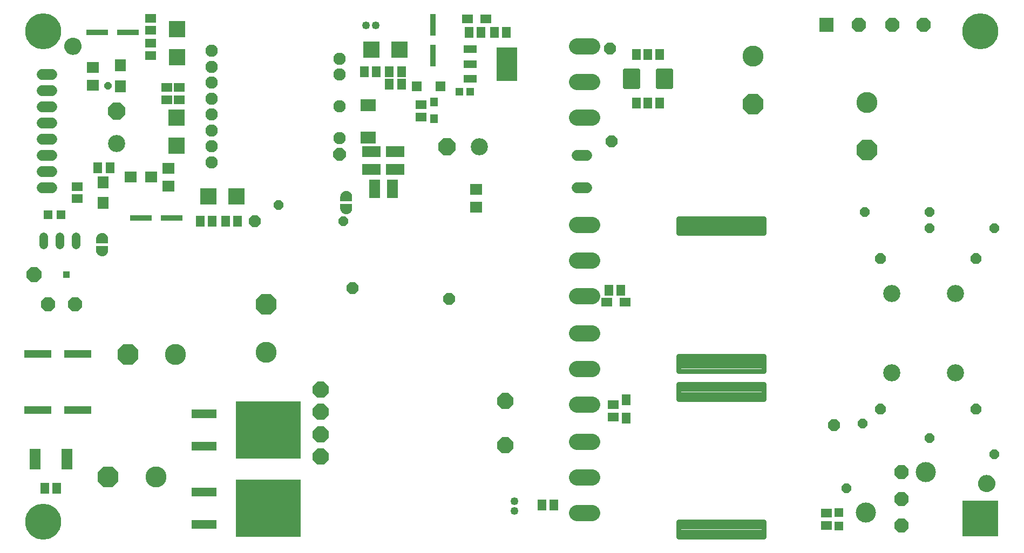
<source format=gts>
G75*
%MOIN*%
%OFA0B0*%
%FSLAX25Y25*%
%IPPOS*%
%LPD*%
%AMOC8*
5,1,8,0,0,1.08239X$1,22.5*
%
%ADD10C,0.10600*%
%ADD11OC8,0.06600*%
%ADD12OC8,0.08868*%
%ADD13C,0.12411*%
%ADD14OC8,0.06000*%
%ADD15R,0.08868X0.08868*%
%ADD16C,0.00500*%
%ADD17C,0.09899*%
%ADD18R,0.05718X0.06506*%
%ADD19R,0.06506X0.05324*%
%ADD20C,0.06600*%
%ADD21R,0.05324X0.06506*%
%ADD22R,0.06506X0.05718*%
%ADD23C,0.03103*%
%ADD24R,0.15167X0.05718*%
%ADD25R,0.40364X0.35639*%
%ADD26C,0.12962*%
%ADD27OC8,0.12962*%
%ADD28OC8,0.09200*%
%ADD29R,0.04143X0.04143*%
%ADD30OC8,0.07096*%
%ADD31R,0.06600X0.12600*%
%ADD32R,0.16600X0.04900*%
%ADD33OC8,0.09899*%
%ADD34R,0.05600X0.06600*%
%ADD35C,0.02650*%
%ADD36C,0.00100*%
%ADD37C,0.04931*%
%ADD38R,0.05324X0.05324*%
%ADD39C,0.05400*%
%ADD40R,0.07490X0.06506*%
%ADD41R,0.10049X0.10049*%
%ADD42R,0.06506X0.07490*%
%ADD43R,0.13400X0.03600*%
%ADD44R,0.08100X0.05100*%
%ADD45R,0.13100X0.20600*%
%ADD46R,0.04931X0.04537*%
%ADD47R,0.07687X0.06899*%
%ADD48R,0.09261X0.07687*%
%ADD49R,0.06899X0.11230*%
%ADD50R,0.11230X0.06899*%
%ADD51OC8,0.10600*%
%ADD52R,0.03600X0.13400*%
%ADD53R,0.04537X0.05324*%
%ADD54C,0.07687*%
%ADD55OC8,0.07687*%
%ADD56R,0.07698X0.06899*%
%ADD57R,0.06112X0.06112*%
%ADD58R,0.22254X0.22254*%
%ADD59OC8,0.04562*%
%ADD60C,0.22254*%
D10*
X0082918Y0264250D03*
X0307168Y0262500D03*
X0561733Y0171856D03*
X0601103Y0171856D03*
X0601103Y0122644D03*
X0561733Y0122644D03*
D11*
X0554668Y0100500D03*
X0613668Y0100500D03*
X0613668Y0193500D03*
X0554668Y0193500D03*
D12*
X0567668Y0061285D03*
X0567668Y0044750D03*
X0567668Y0028215D03*
X0561881Y0337709D03*
X0581381Y0337709D03*
X0541381Y0337709D03*
X0057186Y0165000D03*
X0040650Y0165000D03*
D13*
X0545818Y0036482D03*
X0582825Y0061285D03*
D14*
X0585168Y0082250D03*
X0625168Y0072250D03*
X0543668Y0091500D03*
X0533668Y0051500D03*
X0585168Y0212000D03*
X0585168Y0222000D03*
X0545168Y0222000D03*
X0625168Y0212000D03*
X0222918Y0216500D03*
X0182918Y0226500D03*
D15*
X0521381Y0337709D03*
D16*
X0618568Y0058943D02*
X0619410Y0059168D01*
X0620278Y0059244D01*
X0621146Y0059168D01*
X0621988Y0058943D01*
X0622778Y0058574D01*
X0623492Y0058074D01*
X0624108Y0057458D01*
X0624608Y0056744D01*
X0624977Y0055954D01*
X0625202Y0055112D01*
X0625278Y0054244D01*
X0625202Y0053376D01*
X0624977Y0052534D01*
X0624608Y0051744D01*
X0624108Y0051030D01*
X0623492Y0050414D01*
X0622778Y0049914D01*
X0621988Y0049546D01*
X0621146Y0049320D01*
X0620278Y0049244D01*
X0619410Y0049320D01*
X0618568Y0049546D01*
X0617778Y0049914D01*
X0617064Y0050414D01*
X0616448Y0051030D01*
X0615948Y0051744D01*
X0615580Y0052534D01*
X0615354Y0053376D01*
X0615278Y0054244D01*
X0615354Y0055112D01*
X0615580Y0055954D01*
X0615948Y0056744D01*
X0616448Y0057458D01*
X0617064Y0058074D01*
X0617778Y0058574D01*
X0618568Y0058943D01*
X0618359Y0058845D02*
X0622197Y0058845D01*
X0623103Y0058347D02*
X0617453Y0058347D01*
X0616838Y0057848D02*
X0623718Y0057848D01*
X0624184Y0057350D02*
X0616372Y0057350D01*
X0616023Y0056851D02*
X0624533Y0056851D01*
X0624791Y0056353D02*
X0615766Y0056353D01*
X0615553Y0055854D02*
X0625003Y0055854D01*
X0625137Y0055356D02*
X0615419Y0055356D01*
X0615332Y0054857D02*
X0625225Y0054857D01*
X0625268Y0054359D02*
X0615288Y0054359D01*
X0615312Y0053860D02*
X0625245Y0053860D01*
X0625198Y0053362D02*
X0615358Y0053362D01*
X0615492Y0052863D02*
X0625065Y0052863D01*
X0624898Y0052365D02*
X0615659Y0052365D01*
X0615891Y0051866D02*
X0624665Y0051866D01*
X0624345Y0051368D02*
X0616212Y0051368D01*
X0616609Y0050869D02*
X0623947Y0050869D01*
X0623430Y0050370D02*
X0617126Y0050370D01*
X0617868Y0049872D02*
X0622688Y0049872D01*
X0621346Y0049373D02*
X0619211Y0049373D01*
X0060366Y0321959D02*
X0059866Y0321245D01*
X0059250Y0320628D01*
X0058536Y0320129D01*
X0057746Y0319760D01*
X0056904Y0319535D01*
X0056036Y0319459D01*
X0055168Y0319535D01*
X0054326Y0319760D01*
X0053536Y0320129D01*
X0052822Y0320628D01*
X0052206Y0321245D01*
X0051706Y0321959D01*
X0051338Y0322749D01*
X0051112Y0323590D01*
X0051036Y0324459D01*
X0051112Y0325327D01*
X0051338Y0326169D01*
X0051706Y0326959D01*
X0052206Y0327673D01*
X0052822Y0328289D01*
X0053536Y0328789D01*
X0054326Y0329157D01*
X0055168Y0329383D01*
X0056036Y0329459D01*
X0056904Y0329383D01*
X0057746Y0329157D01*
X0058536Y0328789D01*
X0059250Y0328289D01*
X0059866Y0327673D01*
X0060366Y0326959D01*
X0060735Y0326169D01*
X0060960Y0325327D01*
X0061036Y0324459D01*
X0060960Y0323590D01*
X0060735Y0322749D01*
X0060366Y0321959D01*
X0060413Y0322059D02*
X0051659Y0322059D01*
X0051427Y0322558D02*
X0060646Y0322558D01*
X0060817Y0323056D02*
X0051255Y0323056D01*
X0051122Y0323555D02*
X0060951Y0323555D01*
X0061001Y0324053D02*
X0051072Y0324053D01*
X0051044Y0324552D02*
X0061028Y0324552D01*
X0060984Y0325050D02*
X0051088Y0325050D01*
X0051171Y0325549D02*
X0060901Y0325549D01*
X0060767Y0326047D02*
X0051305Y0326047D01*
X0051513Y0326546D02*
X0060559Y0326546D01*
X0060306Y0327044D02*
X0051766Y0327044D01*
X0052115Y0327543D02*
X0059957Y0327543D01*
X0059498Y0328041D02*
X0052575Y0328041D01*
X0053180Y0328540D02*
X0058892Y0328540D01*
X0058001Y0329038D02*
X0054071Y0329038D01*
X0051985Y0321561D02*
X0060088Y0321561D01*
X0059684Y0321062D02*
X0052388Y0321062D01*
X0052915Y0320564D02*
X0059157Y0320564D01*
X0058400Y0320065D02*
X0053672Y0320065D01*
X0055049Y0319567D02*
X0057024Y0319567D01*
D17*
X0367286Y0324276D02*
X0376585Y0324276D01*
X0376585Y0302276D02*
X0367286Y0302276D01*
X0367286Y0280276D02*
X0376585Y0280276D01*
X0376585Y0214039D02*
X0367286Y0214039D01*
X0367286Y0192039D02*
X0376585Y0192039D01*
X0376585Y0170039D02*
X0367286Y0170039D01*
X0367286Y0147110D02*
X0376585Y0147110D01*
X0376585Y0125110D02*
X0367286Y0125110D01*
X0367286Y0103110D02*
X0376585Y0103110D01*
X0376585Y0080181D02*
X0367286Y0080181D01*
X0367286Y0058181D02*
X0376585Y0058181D01*
X0376585Y0036181D02*
X0367286Y0036181D01*
D18*
X0353158Y0041000D03*
X0345678Y0041000D03*
X0386928Y0173750D03*
X0394408Y0173750D03*
X0258908Y0301000D03*
X0251428Y0301000D03*
X0251428Y0308750D03*
X0258908Y0308750D03*
X0243408Y0308750D03*
X0235928Y0308750D03*
X0300678Y0333000D03*
X0308158Y0333000D03*
X0316178Y0333000D03*
X0323658Y0333000D03*
X0157658Y0216500D03*
X0150178Y0216500D03*
X0142158Y0216500D03*
X0134678Y0216500D03*
X0078908Y0249500D03*
X0071428Y0249500D03*
X0046158Y0051500D03*
X0038678Y0051500D03*
D19*
X0385709Y0166250D03*
X0397127Y0166250D03*
X0311127Y0341250D03*
X0299709Y0341250D03*
D20*
X0367436Y0257157D02*
X0373436Y0257157D01*
X0373436Y0237157D02*
X0367436Y0237157D01*
X0042918Y0237000D02*
X0036918Y0237000D01*
X0036918Y0247000D02*
X0042918Y0247000D01*
X0042918Y0257000D02*
X0036918Y0257000D01*
X0036918Y0267000D02*
X0042918Y0267000D01*
X0042918Y0277000D02*
X0036918Y0277000D01*
X0036918Y0287000D02*
X0042918Y0287000D01*
X0042918Y0297000D02*
X0036918Y0297000D01*
X0036918Y0307000D02*
X0042918Y0307000D01*
D21*
X0397668Y0105959D03*
X0397668Y0094541D03*
D22*
X0389668Y0095510D03*
X0389668Y0102990D03*
X0521418Y0035990D03*
X0521418Y0028510D03*
X0271168Y0280760D03*
X0271168Y0288240D03*
X0121668Y0291510D03*
X0121668Y0298990D03*
X0113918Y0298990D03*
X0113918Y0291510D03*
X0104168Y0318760D03*
X0104168Y0326240D03*
X0104168Y0334260D03*
X0104168Y0341740D03*
X0058668Y0237740D03*
X0058668Y0230260D03*
D23*
X0430110Y0208866D02*
X0482726Y0208866D01*
X0430110Y0208866D02*
X0430110Y0218174D01*
X0482726Y0218174D01*
X0482726Y0208866D01*
X0482726Y0211968D02*
X0430110Y0211968D01*
X0430110Y0215070D02*
X0482726Y0215070D01*
X0482726Y0218172D02*
X0430110Y0218172D01*
X0430110Y0123826D02*
X0482726Y0123826D01*
X0430110Y0123826D02*
X0430110Y0133134D01*
X0482726Y0133134D01*
X0482726Y0123826D01*
X0482726Y0126928D02*
X0430110Y0126928D01*
X0430110Y0130030D02*
X0482726Y0130030D01*
X0482726Y0133132D02*
X0430110Y0133132D01*
X0430110Y0115674D02*
X0482726Y0115674D01*
X0482726Y0106366D01*
X0430110Y0106366D01*
X0430110Y0115674D01*
X0430110Y0109468D02*
X0482726Y0109468D01*
X0482726Y0112570D02*
X0430110Y0112570D01*
X0430110Y0115672D02*
X0482726Y0115672D01*
X0482726Y0030634D02*
X0430110Y0030634D01*
X0482726Y0030634D02*
X0482726Y0021326D01*
X0430110Y0021326D01*
X0430110Y0030634D01*
X0430110Y0024428D02*
X0482726Y0024428D01*
X0482726Y0027530D02*
X0430110Y0027530D01*
X0430110Y0030632D02*
X0482726Y0030632D01*
D24*
X0136934Y0029000D03*
X0136934Y0049000D03*
X0136934Y0077250D03*
X0136934Y0097250D03*
D25*
X0176698Y0087250D03*
X0176698Y0039000D03*
D26*
X0107182Y0058500D03*
X0119432Y0134000D03*
X0175418Y0135486D03*
X0475918Y0318264D03*
X0546418Y0289764D03*
D27*
X0546418Y0260236D03*
X0475918Y0288736D03*
X0175418Y0165014D03*
X0089904Y0134000D03*
X0077654Y0058500D03*
D28*
X0032168Y0183250D03*
D29*
X0052168Y0183250D03*
D30*
X0168418Y0216500D03*
X0228668Y0175000D03*
X0288418Y0168500D03*
X0388668Y0265750D03*
X0387668Y0323000D03*
X0525918Y0090500D03*
D31*
X0052318Y0069250D03*
X0032518Y0069250D03*
D32*
X0034368Y0099750D03*
X0058968Y0099750D03*
X0058968Y0134500D03*
X0034368Y0134500D03*
D33*
X0208861Y0112315D03*
X0208861Y0098535D03*
X0208861Y0084756D03*
X0208861Y0070976D03*
X0323034Y0077866D03*
X0323034Y0105425D03*
D34*
X0403868Y0289250D03*
X0411168Y0289250D03*
X0418468Y0289250D03*
X0418468Y0319250D03*
X0411168Y0319250D03*
X0403868Y0319250D03*
D35*
X0404843Y0299275D02*
X0396893Y0299275D01*
X0396893Y0309225D01*
X0404843Y0309225D01*
X0404843Y0299275D01*
X0404843Y0301924D02*
X0396893Y0301924D01*
X0396893Y0304573D02*
X0404843Y0304573D01*
X0404843Y0307222D02*
X0396893Y0307222D01*
X0417493Y0299275D02*
X0425443Y0299275D01*
X0417493Y0299275D02*
X0417493Y0309225D01*
X0425443Y0309225D01*
X0425443Y0299275D01*
X0425443Y0301924D02*
X0417493Y0301924D01*
X0417493Y0304573D02*
X0425443Y0304573D01*
X0425443Y0307222D02*
X0417493Y0307222D01*
D36*
X0227902Y0232839D02*
X0228101Y0232183D01*
X0228168Y0231500D01*
X0228168Y0229000D01*
X0221168Y0229000D01*
X0221168Y0231500D01*
X0221235Y0232183D01*
X0221434Y0232839D01*
X0221758Y0233445D01*
X0222193Y0233975D01*
X0222723Y0234410D01*
X0223329Y0234734D01*
X0223985Y0234933D01*
X0224668Y0235000D01*
X0225351Y0234933D01*
X0226007Y0234734D01*
X0226612Y0234410D01*
X0227143Y0233975D01*
X0227578Y0233445D01*
X0227902Y0232839D01*
X0227917Y0232788D02*
X0221419Y0232788D01*
X0221389Y0232689D02*
X0227947Y0232689D01*
X0227977Y0232591D02*
X0221359Y0232591D01*
X0221329Y0232492D02*
X0228007Y0232492D01*
X0228037Y0232394D02*
X0221299Y0232394D01*
X0221269Y0232295D02*
X0228067Y0232295D01*
X0228096Y0232197D02*
X0221239Y0232197D01*
X0221227Y0232098D02*
X0228109Y0232098D01*
X0228119Y0232000D02*
X0221217Y0232000D01*
X0221208Y0231901D02*
X0228128Y0231901D01*
X0228138Y0231803D02*
X0221198Y0231803D01*
X0221188Y0231704D02*
X0228148Y0231704D01*
X0228158Y0231606D02*
X0221178Y0231606D01*
X0221169Y0231507D02*
X0228167Y0231507D01*
X0228168Y0231409D02*
X0221168Y0231409D01*
X0221168Y0231310D02*
X0228168Y0231310D01*
X0228168Y0231212D02*
X0221168Y0231212D01*
X0221168Y0231113D02*
X0228168Y0231113D01*
X0228168Y0231015D02*
X0221168Y0231015D01*
X0221168Y0230916D02*
X0228168Y0230916D01*
X0228168Y0230818D02*
X0221168Y0230818D01*
X0221168Y0230719D02*
X0228168Y0230719D01*
X0228168Y0230621D02*
X0221168Y0230621D01*
X0221168Y0230522D02*
X0228168Y0230522D01*
X0228168Y0230424D02*
X0221168Y0230424D01*
X0221168Y0230325D02*
X0228168Y0230325D01*
X0228168Y0230227D02*
X0221168Y0230227D01*
X0221168Y0230128D02*
X0228168Y0230128D01*
X0228168Y0230030D02*
X0221168Y0230030D01*
X0221168Y0229931D02*
X0228168Y0229931D01*
X0228168Y0229833D02*
X0221168Y0229833D01*
X0221168Y0229734D02*
X0228168Y0229734D01*
X0228168Y0229636D02*
X0221168Y0229636D01*
X0221168Y0229537D02*
X0228168Y0229537D01*
X0228168Y0229439D02*
X0221168Y0229439D01*
X0221168Y0229340D02*
X0228168Y0229340D01*
X0228168Y0229242D02*
X0221168Y0229242D01*
X0221168Y0229143D02*
X0228168Y0229143D01*
X0228168Y0229045D02*
X0221168Y0229045D01*
X0221168Y0227000D02*
X0228168Y0227000D01*
X0228168Y0224500D01*
X0228101Y0223817D01*
X0227902Y0223161D01*
X0227578Y0222555D01*
X0227143Y0222025D01*
X0226612Y0221590D01*
X0226007Y0221266D01*
X0225351Y0221067D01*
X0224668Y0221000D01*
X0223985Y0221067D01*
X0223329Y0221266D01*
X0222723Y0221590D01*
X0222193Y0222025D01*
X0221758Y0222555D01*
X0221434Y0223161D01*
X0221235Y0223817D01*
X0221168Y0224500D01*
X0221168Y0227000D01*
X0221168Y0226976D02*
X0228168Y0226976D01*
X0228168Y0226877D02*
X0221168Y0226877D01*
X0221168Y0226779D02*
X0228168Y0226779D01*
X0228168Y0226680D02*
X0221168Y0226680D01*
X0221168Y0226582D02*
X0228168Y0226582D01*
X0228168Y0226483D02*
X0221168Y0226483D01*
X0221168Y0226385D02*
X0228168Y0226385D01*
X0228168Y0226286D02*
X0221168Y0226286D01*
X0221168Y0226188D02*
X0228168Y0226188D01*
X0228168Y0226089D02*
X0221168Y0226089D01*
X0221168Y0225991D02*
X0228168Y0225991D01*
X0228168Y0225892D02*
X0221168Y0225892D01*
X0221168Y0225794D02*
X0228168Y0225794D01*
X0228168Y0225695D02*
X0221168Y0225695D01*
X0221168Y0225597D02*
X0228168Y0225597D01*
X0228168Y0225498D02*
X0221168Y0225498D01*
X0221168Y0225400D02*
X0228168Y0225400D01*
X0228168Y0225301D02*
X0221168Y0225301D01*
X0221168Y0225203D02*
X0228168Y0225203D01*
X0228168Y0225104D02*
X0221168Y0225104D01*
X0221168Y0225006D02*
X0228168Y0225006D01*
X0228168Y0224907D02*
X0221168Y0224907D01*
X0221168Y0224809D02*
X0228168Y0224809D01*
X0228168Y0224710D02*
X0221168Y0224710D01*
X0221168Y0224612D02*
X0228168Y0224612D01*
X0228168Y0224513D02*
X0221168Y0224513D01*
X0221176Y0224414D02*
X0228160Y0224414D01*
X0228150Y0224316D02*
X0221186Y0224316D01*
X0221196Y0224217D02*
X0228140Y0224217D01*
X0228130Y0224119D02*
X0221205Y0224119D01*
X0221215Y0224020D02*
X0228121Y0224020D01*
X0228111Y0223922D02*
X0221225Y0223922D01*
X0221235Y0223823D02*
X0228101Y0223823D01*
X0228073Y0223725D02*
X0221263Y0223725D01*
X0221293Y0223626D02*
X0228043Y0223626D01*
X0228013Y0223528D02*
X0221323Y0223528D01*
X0221353Y0223429D02*
X0227983Y0223429D01*
X0227953Y0223331D02*
X0221383Y0223331D01*
X0221413Y0223232D02*
X0227923Y0223232D01*
X0227887Y0223134D02*
X0221449Y0223134D01*
X0221501Y0223035D02*
X0227835Y0223035D01*
X0227782Y0222937D02*
X0221554Y0222937D01*
X0221607Y0222838D02*
X0227729Y0222838D01*
X0227677Y0222740D02*
X0221659Y0222740D01*
X0221712Y0222641D02*
X0227624Y0222641D01*
X0227568Y0222543D02*
X0221768Y0222543D01*
X0221849Y0222444D02*
X0227487Y0222444D01*
X0227406Y0222346D02*
X0221930Y0222346D01*
X0222011Y0222247D02*
X0227325Y0222247D01*
X0227244Y0222149D02*
X0222092Y0222149D01*
X0222173Y0222050D02*
X0227163Y0222050D01*
X0227053Y0221952D02*
X0222283Y0221952D01*
X0222403Y0221853D02*
X0226933Y0221853D01*
X0226813Y0221755D02*
X0222523Y0221755D01*
X0222643Y0221656D02*
X0226693Y0221656D01*
X0226552Y0221558D02*
X0222784Y0221558D01*
X0222968Y0221459D02*
X0226368Y0221459D01*
X0226184Y0221361D02*
X0223152Y0221361D01*
X0223343Y0221262D02*
X0225993Y0221262D01*
X0225668Y0221164D02*
X0223668Y0221164D01*
X0224007Y0221065D02*
X0225329Y0221065D01*
X0227876Y0232886D02*
X0221460Y0232886D01*
X0221512Y0232985D02*
X0227824Y0232985D01*
X0227771Y0233083D02*
X0221565Y0233083D01*
X0221618Y0233182D02*
X0227718Y0233182D01*
X0227666Y0233280D02*
X0221670Y0233280D01*
X0221723Y0233379D02*
X0227613Y0233379D01*
X0227551Y0233478D02*
X0221785Y0233478D01*
X0221866Y0233576D02*
X0227470Y0233576D01*
X0227389Y0233675D02*
X0221947Y0233675D01*
X0222027Y0233773D02*
X0227308Y0233773D01*
X0227228Y0233872D02*
X0222108Y0233872D01*
X0222189Y0233970D02*
X0227147Y0233970D01*
X0227029Y0234069D02*
X0222307Y0234069D01*
X0222427Y0234167D02*
X0226909Y0234167D01*
X0226789Y0234266D02*
X0222547Y0234266D01*
X0222667Y0234364D02*
X0226669Y0234364D01*
X0226514Y0234463D02*
X0222822Y0234463D01*
X0223006Y0234561D02*
X0226330Y0234561D01*
X0226146Y0234660D02*
X0223190Y0234660D01*
X0223410Y0234758D02*
X0225926Y0234758D01*
X0225602Y0234857D02*
X0223734Y0234857D01*
X0224213Y0234955D02*
X0225123Y0234955D01*
X0077351Y0206183D02*
X0077152Y0206839D01*
X0076828Y0207445D01*
X0076393Y0207975D01*
X0075862Y0208410D01*
X0075257Y0208734D01*
X0074601Y0208933D01*
X0073918Y0209000D01*
X0073235Y0208933D01*
X0072579Y0208734D01*
X0071973Y0208410D01*
X0071443Y0207975D01*
X0071008Y0207445D01*
X0070684Y0206839D01*
X0070485Y0206183D01*
X0070418Y0205500D01*
X0070418Y0203000D01*
X0077418Y0203000D01*
X0077418Y0205500D01*
X0077351Y0206183D01*
X0077349Y0206190D02*
X0070487Y0206190D01*
X0070476Y0206091D02*
X0077360Y0206091D01*
X0077369Y0205993D02*
X0070467Y0205993D01*
X0070457Y0205894D02*
X0077379Y0205894D01*
X0077389Y0205796D02*
X0070447Y0205796D01*
X0070437Y0205697D02*
X0077399Y0205697D01*
X0077408Y0205599D02*
X0070428Y0205599D01*
X0070418Y0205500D02*
X0077418Y0205500D01*
X0077418Y0205402D02*
X0070418Y0205402D01*
X0070418Y0205303D02*
X0077418Y0205303D01*
X0077418Y0205205D02*
X0070418Y0205205D01*
X0070418Y0205106D02*
X0077418Y0205106D01*
X0077418Y0205008D02*
X0070418Y0205008D01*
X0070418Y0204909D02*
X0077418Y0204909D01*
X0077418Y0204811D02*
X0070418Y0204811D01*
X0070418Y0204712D02*
X0077418Y0204712D01*
X0077418Y0204614D02*
X0070418Y0204614D01*
X0070418Y0204515D02*
X0077418Y0204515D01*
X0077418Y0204417D02*
X0070418Y0204417D01*
X0070418Y0204318D02*
X0077418Y0204318D01*
X0077418Y0204220D02*
X0070418Y0204220D01*
X0070418Y0204121D02*
X0077418Y0204121D01*
X0077418Y0204023D02*
X0070418Y0204023D01*
X0070418Y0203924D02*
X0077418Y0203924D01*
X0077418Y0203826D02*
X0070418Y0203826D01*
X0070418Y0203727D02*
X0077418Y0203727D01*
X0077418Y0203629D02*
X0070418Y0203629D01*
X0070418Y0203530D02*
X0077418Y0203530D01*
X0077418Y0203432D02*
X0070418Y0203432D01*
X0070418Y0203333D02*
X0077418Y0203333D01*
X0077418Y0203235D02*
X0070418Y0203235D01*
X0070418Y0203136D02*
X0077418Y0203136D01*
X0077418Y0203038D02*
X0070418Y0203038D01*
X0070418Y0201000D02*
X0077418Y0201000D01*
X0077418Y0198500D01*
X0077351Y0197817D01*
X0077152Y0197161D01*
X0076828Y0196555D01*
X0076393Y0196025D01*
X0075862Y0195590D01*
X0075257Y0195266D01*
X0074601Y0195067D01*
X0073918Y0195000D01*
X0073235Y0195067D01*
X0072579Y0195266D01*
X0071973Y0195590D01*
X0071443Y0196025D01*
X0071008Y0196555D01*
X0070684Y0197161D01*
X0070485Y0197817D01*
X0070418Y0198500D01*
X0070418Y0201000D01*
X0070418Y0200969D02*
X0077418Y0200969D01*
X0077418Y0200870D02*
X0070418Y0200870D01*
X0070418Y0200772D02*
X0077418Y0200772D01*
X0077418Y0200673D02*
X0070418Y0200673D01*
X0070418Y0200575D02*
X0077418Y0200575D01*
X0077418Y0200476D02*
X0070418Y0200476D01*
X0070418Y0200378D02*
X0077418Y0200378D01*
X0077418Y0200279D02*
X0070418Y0200279D01*
X0070418Y0200181D02*
X0077418Y0200181D01*
X0077418Y0200082D02*
X0070418Y0200082D01*
X0070418Y0199984D02*
X0077418Y0199984D01*
X0077418Y0199885D02*
X0070418Y0199885D01*
X0070418Y0199787D02*
X0077418Y0199787D01*
X0077418Y0199688D02*
X0070418Y0199688D01*
X0070418Y0199590D02*
X0077418Y0199590D01*
X0077418Y0199491D02*
X0070418Y0199491D01*
X0070418Y0199393D02*
X0077418Y0199393D01*
X0077418Y0199294D02*
X0070418Y0199294D01*
X0070418Y0199196D02*
X0077418Y0199196D01*
X0077418Y0199097D02*
X0070418Y0199097D01*
X0070418Y0198999D02*
X0077418Y0198999D01*
X0077418Y0198900D02*
X0070418Y0198900D01*
X0070418Y0198802D02*
X0077418Y0198802D01*
X0077418Y0198703D02*
X0070418Y0198703D01*
X0070418Y0198605D02*
X0077418Y0198605D01*
X0077418Y0198506D02*
X0070418Y0198506D01*
X0070427Y0198407D02*
X0077409Y0198407D01*
X0077399Y0198309D02*
X0070437Y0198309D01*
X0070446Y0198210D02*
X0077389Y0198210D01*
X0077380Y0198112D02*
X0070456Y0198112D01*
X0070466Y0198013D02*
X0077370Y0198013D01*
X0077360Y0197915D02*
X0070476Y0197915D01*
X0070485Y0197816D02*
X0077350Y0197816D01*
X0077321Y0197718D02*
X0070515Y0197718D01*
X0070545Y0197619D02*
X0077291Y0197619D01*
X0077261Y0197521D02*
X0070575Y0197521D01*
X0070605Y0197422D02*
X0077231Y0197422D01*
X0077201Y0197324D02*
X0070635Y0197324D01*
X0070665Y0197225D02*
X0077171Y0197225D01*
X0077134Y0197127D02*
X0070702Y0197127D01*
X0070755Y0197028D02*
X0077081Y0197028D01*
X0077028Y0196930D02*
X0070808Y0196930D01*
X0070860Y0196831D02*
X0076976Y0196831D01*
X0076923Y0196733D02*
X0070913Y0196733D01*
X0070966Y0196634D02*
X0076870Y0196634D01*
X0076812Y0196536D02*
X0071024Y0196536D01*
X0071105Y0196437D02*
X0076731Y0196437D01*
X0076650Y0196339D02*
X0071186Y0196339D01*
X0071267Y0196240D02*
X0076569Y0196240D01*
X0076489Y0196142D02*
X0071347Y0196142D01*
X0071428Y0196043D02*
X0076408Y0196043D01*
X0076295Y0195945D02*
X0071541Y0195945D01*
X0071661Y0195846D02*
X0076175Y0195846D01*
X0076055Y0195748D02*
X0071781Y0195748D01*
X0071901Y0195649D02*
X0075935Y0195649D01*
X0075789Y0195551D02*
X0072047Y0195551D01*
X0072231Y0195452D02*
X0075605Y0195452D01*
X0075421Y0195354D02*
X0072415Y0195354D01*
X0072616Y0195255D02*
X0075220Y0195255D01*
X0074895Y0195157D02*
X0072941Y0195157D01*
X0073328Y0195058D02*
X0074508Y0195058D01*
X0077319Y0206288D02*
X0070517Y0206288D01*
X0070547Y0206387D02*
X0077289Y0206387D01*
X0077259Y0206485D02*
X0070577Y0206485D01*
X0070607Y0206584D02*
X0077229Y0206584D01*
X0077199Y0206682D02*
X0070637Y0206682D01*
X0070667Y0206781D02*
X0077169Y0206781D01*
X0077130Y0206879D02*
X0070706Y0206879D01*
X0070758Y0206978D02*
X0077077Y0206978D01*
X0077025Y0207076D02*
X0070811Y0207076D01*
X0070864Y0207175D02*
X0076972Y0207175D01*
X0076920Y0207274D02*
X0070916Y0207274D01*
X0070969Y0207372D02*
X0076867Y0207372D01*
X0076807Y0207471D02*
X0071029Y0207471D01*
X0071110Y0207569D02*
X0076726Y0207569D01*
X0076645Y0207668D02*
X0071191Y0207668D01*
X0071272Y0207766D02*
X0076564Y0207766D01*
X0076483Y0207865D02*
X0071353Y0207865D01*
X0071433Y0207963D02*
X0076403Y0207963D01*
X0076287Y0208062D02*
X0071549Y0208062D01*
X0071669Y0208160D02*
X0076167Y0208160D01*
X0076047Y0208259D02*
X0071789Y0208259D01*
X0071909Y0208357D02*
X0075927Y0208357D01*
X0075777Y0208456D02*
X0072059Y0208456D01*
X0072243Y0208554D02*
X0075593Y0208554D01*
X0075409Y0208653D02*
X0072427Y0208653D01*
X0072637Y0208751D02*
X0075199Y0208751D01*
X0074875Y0208850D02*
X0072961Y0208850D01*
X0073392Y0208948D02*
X0074444Y0208948D01*
D37*
X0236965Y0337250D03*
X0242871Y0337250D03*
X0328668Y0043203D03*
X0328668Y0037297D03*
D38*
X0529168Y0036384D03*
X0529168Y0028116D03*
X0048802Y0220500D03*
X0040534Y0220500D03*
D39*
X0037918Y0206650D02*
X0037918Y0201850D01*
X0047918Y0201850D02*
X0047918Y0206650D01*
X0057918Y0206650D02*
X0057918Y0201850D01*
D40*
X0091516Y0243750D03*
X0104316Y0243750D03*
D41*
X0119918Y0263089D03*
X0119918Y0280411D03*
X0120418Y0317589D03*
X0120418Y0334911D03*
X0240257Y0322250D03*
X0257579Y0322250D03*
X0157079Y0231750D03*
X0139757Y0231750D03*
D42*
X0074668Y0227598D03*
X0074668Y0240398D03*
X0085418Y0299852D03*
X0085418Y0312652D03*
D43*
X0090168Y0333000D03*
X0071168Y0333000D03*
X0098168Y0218250D03*
X0117168Y0218250D03*
D44*
X0301318Y0304400D03*
X0301318Y0313500D03*
X0301318Y0322600D03*
D45*
X0324018Y0313500D03*
D46*
X0301264Y0296250D03*
X0294572Y0296250D03*
D47*
X0114918Y0249012D03*
X0114918Y0237988D03*
X0068418Y0300238D03*
X0068418Y0311262D03*
D48*
X0238418Y0288039D03*
X0238418Y0267961D03*
D49*
X0242406Y0236250D03*
X0253430Y0236250D03*
D50*
X0255168Y0248488D03*
X0255168Y0259512D03*
X0240418Y0259512D03*
X0240418Y0248488D03*
D51*
X0287168Y0262500D03*
X0082918Y0284250D03*
D52*
X0278418Y0318750D03*
X0278418Y0337750D03*
D53*
X0279168Y0289868D03*
X0279168Y0279632D03*
D54*
X0220538Y0287250D03*
X0220538Y0267565D03*
X0220538Y0306935D03*
X0220538Y0316778D03*
X0141798Y0321699D03*
X0141798Y0311856D03*
X0141798Y0302014D03*
X0141798Y0292171D03*
X0141798Y0282329D03*
X0141798Y0272486D03*
X0141798Y0262644D03*
X0141798Y0252801D03*
D55*
X0220538Y0257722D03*
D56*
X0305168Y0236098D03*
X0305168Y0224902D03*
D57*
X0283148Y0299750D03*
X0268188Y0299750D03*
D58*
X0616341Y0032591D03*
D59*
X0077668Y0300000D03*
D60*
X0037601Y0030622D03*
X0037601Y0333772D03*
X0616341Y0333772D03*
M02*

</source>
